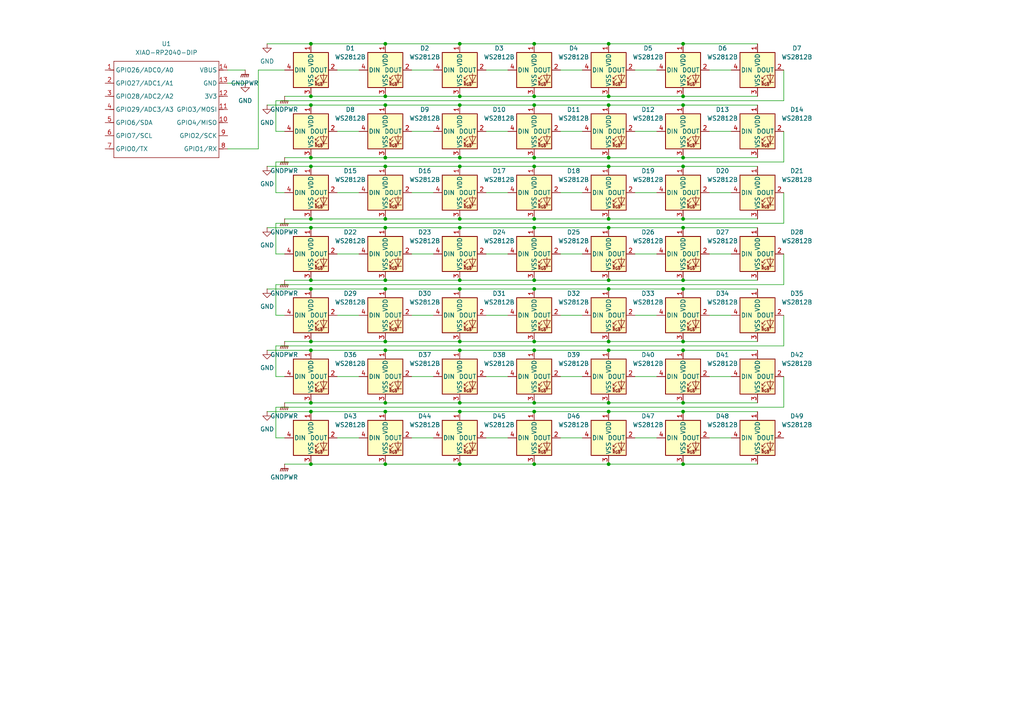
<source format=kicad_sch>
(kicad_sch (version 20231120) (generator "eeschema") (generator_version "8.0")
  (paper "A4")
  (lib_symbols
    (symbol "LED:WS2812B" (pin_names (offset 0.254))
      (property "Reference" "D" (at 5.08 5.715 0))
      (property "Value" "WS2812B" (at 1.27 -5.715 0))
      (symbol "WS2812B_0_0"
        (text "RGB" (at 2.286 -4.191 0) (effects (font (size 0.762 0.762))))
      )
      (symbol "WS2812B_0_1"
        (polyline (pts (xy 1.27 -3.556) (xy 1.778 -3.556)))
        (polyline (pts (xy 1.27 -2.54) (xy 1.778 -2.54)))
        (polyline (pts (xy 4.699 -3.556) (xy 2.667 -3.556)))
        (polyline (pts (xy 2.286 -2.54) (xy 1.27 -3.556) (xy 1.27 -3.048)))
        (polyline (pts (xy 2.286 -1.524) (xy 1.27 -2.54) (xy 1.27 -2.032)))
        (polyline (pts (xy 3.683 -1.016) (xy 3.683 -3.556) (xy 3.683 -4.064)))
        (polyline (pts (xy 4.699 -1.524) (xy 2.667 -1.524) (xy 3.683 -3.556) (xy 4.699 -1.524)))
        (rectangle (start 5.08 5.08) (end -5.08 -5.08) (stroke (width 0.254)) (fill (type background)))
      )
      (symbol "WS2812B_1_1"
        (pin power_in line (at 0 7.62 270) (length 2.54) (name "VDD") (number "1"))
        (pin output line (at 7.62 0 180) (length 2.54) (name "DOUT") (number "2"))
        (pin power_in line (at 0 -7.62 90) (length 2.54) (name "VSS") (number "3"))
        (pin input line (at -7.62 0 0) (length 2.54) (name "DIN") (number "4"))
      )
    )
    (symbol "Seeed_Studio_XIAO_Series:XIAO-RP2040-DIP"
      (property "Reference" "U" (at 0 0 0))
      (property "Value" "XIAO-RP2040-DIP" (at 5.334 -1.778 0))
      (symbol "XIAO-RP2040-DIP_1_0"
        (polyline (pts (xy -1.27 -30.48) (xy -1.27 -16.51)) (stroke (width 0.1524)))
        (polyline (pts (xy -1.27 -27.94) (xy -2.54 -27.94)) (stroke (width 0.1524)))
        (polyline (pts (xy -1.27 -24.13) (xy -2.54 -24.13)) (stroke (width 0.1524)))
        (polyline (pts (xy -1.27 -20.32) (xy -2.54 -20.32)) (stroke (width 0.1524)))
        (polyline (pts (xy -1.27 -16.51) (xy -2.54 -16.51)) (stroke (width 0.1524)))
        (polyline (pts (xy -1.27 -16.51) (xy -1.27 -12.7)) (stroke (width 0.1524)))
        (polyline (pts (xy -1.27 -12.7) (xy -2.54 -12.7)) (stroke (width 0.1524)))
        (polyline (pts (xy -1.27 -12.7) (xy -1.27 -8.89)) (stroke (width 0.1524)))
        (polyline (pts (xy -1.27 -8.89) (xy -2.54 -8.89)) (stroke (width 0.1524)))
        (polyline (pts (xy -1.27 -8.89) (xy -1.27 -5.08)) (stroke (width 0.1524)))
        (polyline (pts (xy -1.27 -5.08) (xy -2.54 -5.08)) (stroke (width 0.1524)))
        (polyline (pts (xy -1.27 -5.08) (xy -1.27 -2.54)) (stroke (width 0.1524)))
        (polyline (pts (xy -1.27 -2.54) (xy 29.21 -2.54)) (stroke (width 0.1524)))
        (polyline (pts (xy 29.21 -30.48) (xy -1.27 -30.48)) (stroke (width 0.1524)))
        (polyline (pts (xy 29.21 -12.7) (xy 29.21 -30.48)) (stroke (width 0.1524)))
        (polyline (pts (xy 29.21 -8.89) (xy 29.21 -12.7)) (stroke (width 0.1524)))
        (polyline (pts (xy 29.21 -5.08) (xy 29.21 -8.89)) (stroke (width 0.1524)))
        (polyline (pts (xy 29.21 -2.54) (xy 29.21 -5.08)) (stroke (width 0.1524)))
        (polyline (pts (xy 30.48 -27.94) (xy 29.21 -27.94)) (stroke (width 0.1524)))
        (polyline (pts (xy 30.48 -24.13) (xy 29.21 -24.13)) (stroke (width 0.1524)))
        (polyline (pts (xy 30.48 -20.32) (xy 29.21 -20.32)) (stroke (width 0.1524)))
        (polyline (pts (xy 30.48 -16.51) (xy 29.21 -16.51)) (stroke (width 0.1524)))
        (polyline (pts (xy 30.48 -12.7) (xy 29.21 -12.7)) (stroke (width 0.1524)))
        (polyline (pts (xy 30.48 -8.89) (xy 29.21 -8.89)) (stroke (width 0.1524)))
        (polyline (pts (xy 30.48 -5.08) (xy 29.21 -5.08)) (stroke (width 0.1524)))
        (pin passive line (at -3.81 -5.08 0) (length 2.54) (name "GPIO26/ADC0/A0") (number "1"))
        (pin passive line (at 31.75 -20.32 180) (length 2.54) (name "GPIO4/MISO") (number "10"))
        (pin passive line (at 31.75 -16.51 180) (length 2.54) (name "GPIO3/MOSI") (number "11"))
        (pin passive line (at 31.75 -12.7 180) (length 2.54) (name "3V3") (number "12"))
        (pin passive line (at 31.75 -8.89 180) (length 2.54) (name "GND") (number "13"))
        (pin passive line (at 31.75 -5.08 180) (length 2.54) (name "VBUS") (number "14"))
        (pin passive line (at -3.81 -8.89 0) (length 2.54) (name "GPIO27/ADC1/A1") (number "2"))
        (pin passive line (at -3.81 -12.7 0) (length 2.54) (name "GPIO28/ADC2/A2") (number "3"))
        (pin passive line (at -3.81 -16.51 0) (length 2.54) (name "GPIO29/ADC3/A3") (number "4"))
        (pin passive line (at -3.81 -20.32 0) (length 2.54) (name "GPIO6/SDA") (number "5"))
        (pin passive line (at -3.81 -24.13 0) (length 2.54) (name "GPIO7/SCL") (number "6"))
        (pin passive line (at -3.81 -27.94 0) (length 2.54) (name "GPIO0/TX") (number "7"))
        (pin passive line (at 31.75 -27.94 180) (length 2.54) (name "GPIO1/RX") (number "8"))
        (pin passive line (at 31.75 -24.13 180) (length 2.54) (name "GPIO2/SCK") (number "9"))
      )
    )
    (symbol "power:GND" (power) (pin_numbers hide) (pin_names (offset 0) hide)
      (property "Value" "GND" (at 0 -3.81 0))
      (symbol "GND_0_1"
        (polyline (pts (xy 0 0) (xy 0 -1.27) (xy 1.27 -1.27) (xy 0 -2.54) (xy -1.27 -1.27) (xy 0 -1.27)))
      )
      (symbol "GND_1_1"
        (pin power_in line (at 0 0 270) (length 0) (name "~") (number "1"))
      )
    )
    (symbol "power:GNDPWR" (power) (pin_numbers hide) (pin_names (offset 0) hide)
      (property "Value" "GNDPWR" (at 0 -3.302 0))
      (symbol "GNDPWR_0_1"
        (polyline (pts (xy 0 -1.27) (xy 0 0)))
        (polyline (pts (xy -1.016 -1.27) (xy -1.27 -2.032) (xy -1.27 -2.032)) (stroke (width 0.2032)))
        (polyline (pts (xy -0.508 -1.27) (xy -0.762 -2.032) (xy -0.762 -2.032)) (stroke (width 0.2032)))
        (polyline (pts (xy 0 -1.27) (xy -0.254 -2.032) (xy -0.254 -2.032)) (stroke (width 0.2032)))
        (polyline (pts (xy 0.508 -1.27) (xy 0.254 -2.032) (xy 0.254 -2.032)) (stroke (width 0.2032)))
        (polyline (pts (xy 1.016 -1.27) (xy -1.016 -1.27) (xy -1.016 -1.27)) (stroke (width 0.2032)))
        (polyline (pts (xy 1.016 -1.27) (xy 0.762 -2.032) (xy 0.762 -2.032) (xy 0.762 -2.032)) (stroke (width 0.2032)))
      )
      (symbol "GNDPWR_1_1"
        (pin power_in line (at 0 0 270) (length 0) (name "~") (number "1"))
      )
    )
  )
  (junction (at 90.17 134.62))
  (junction (at 198.12 81.28))
  (junction (at 198.12 63.5))
  (junction (at 90.17 63.5))
  (junction (at 198.12 45.72))
  (junction (at 90.17 101.6))
  (junction (at 90.17 48.26))
  (junction (at 176.53 12.7))
  (junction (at 133.35 83.82))
  (junction (at 176.53 83.82))
  (junction (at 176.53 66.04))
  (junction (at 176.53 45.72))
  (junction (at 90.17 81.28))
  (junction (at 154.94 27.94))
  (junction (at 90.17 45.72))
  (junction (at 133.35 45.72))
  (junction (at 111.76 12.7))
  (junction (at 133.35 99.06))
  (junction (at 154.94 99.06))
  (junction (at 176.53 116.84))
  (junction (at 133.35 63.5))
  (junction (at 198.12 48.26))
  (junction (at 154.94 12.7))
  (junction (at 111.76 99.06))
  (junction (at 111.76 83.82))
  (junction (at 111.76 63.5))
  (junction (at 90.17 116.84))
  (junction (at 90.17 27.94))
  (junction (at 133.35 101.6))
  (junction (at 198.12 83.82))
  (junction (at 198.12 119.38))
  (junction (at 133.35 134.62))
  (junction (at 133.35 119.38))
  (junction (at 133.35 48.26))
  (junction (at 133.35 30.48))
  (junction (at 90.17 83.82))
  (junction (at 154.94 83.82))
  (junction (at 154.94 119.38))
  (junction (at 90.17 119.38))
  (junction (at 154.94 63.5))
  (junction (at 154.94 81.28))
  (junction (at 133.35 116.84))
  (junction (at 111.76 30.48))
  (junction (at 111.76 66.04))
  (junction (at 111.76 81.28))
  (junction (at 198.12 99.06))
  (junction (at 154.94 30.48))
  (junction (at 133.35 27.94))
  (junction (at 154.94 116.84))
  (junction (at 198.12 66.04))
  (junction (at 111.76 45.72))
  (junction (at 154.94 48.26))
  (junction (at 133.35 12.7))
  (junction (at 90.17 30.48))
  (junction (at 198.12 27.94))
  (junction (at 176.53 48.26))
  (junction (at 90.17 99.06))
  (junction (at 198.12 30.48))
  (junction (at 154.94 134.62))
  (junction (at 111.76 134.62))
  (junction (at 111.76 119.38))
  (junction (at 176.53 119.38))
  (junction (at 90.17 12.7))
  (junction (at 133.35 66.04))
  (junction (at 198.12 116.84))
  (junction (at 154.94 66.04))
  (junction (at 111.76 101.6))
  (junction (at 111.76 48.26))
  (junction (at 111.76 116.84))
  (junction (at 198.12 12.7))
  (junction (at 154.94 45.72))
  (junction (at 176.53 63.5))
  (junction (at 176.53 99.06))
  (junction (at 133.35 81.28))
  (junction (at 176.53 27.94))
  (junction (at 176.53 101.6))
  (junction (at 111.76 27.94))
  (junction (at 176.53 30.48))
  (junction (at 90.17 66.04))
  (junction (at 154.94 101.6))
  (junction (at 198.12 134.62))
  (junction (at 176.53 81.28))
  (junction (at 198.12 101.6))
  (junction (at 176.53 134.62))
  (wire (pts (xy 77.47 66.04) (xy 90.17 66.04)))
  (wire (pts (xy 74.93 43.18) (xy 74.93 20.32)))
  (wire (pts (xy 80.01 29.21) (xy 80.01 38.1)))
  (wire (pts (xy 133.35 27.94) (xy 154.94 27.94)))
  (wire (pts (xy 227.33 38.1) (xy 227.33 46.99)))
  (wire (pts (xy 97.79 20.32) (xy 104.14 20.32)))
  (wire (pts (xy 176.53 27.94) (xy 198.12 27.94)))
  (wire (pts (xy 227.33 100.33) (xy 80.01 100.33)))
  (wire (pts (xy 119.38 109.22) (xy 125.73 109.22)))
  (wire (pts (xy 227.33 109.22) (xy 227.33 118.11)))
  (wire (pts (xy 80.01 127) (xy 82.55 127)))
  (wire (pts (xy 205.74 20.32) (xy 212.09 20.32)))
  (wire (pts (xy 119.38 127) (xy 125.73 127)))
  (wire (pts (xy 162.56 38.1) (xy 168.91 38.1)))
  (wire (pts (xy 198.12 12.7) (xy 219.71 12.7)))
  (wire (pts (xy 90.17 134.62) (xy 111.76 134.62)))
  (wire (pts (xy 176.53 30.48) (xy 198.12 30.48)))
  (wire (pts (xy 90.17 116.84) (xy 111.76 116.84)))
  (wire (pts (xy 184.15 109.22) (xy 190.5 109.22)))
  (wire (pts (xy 176.53 81.28) (xy 198.12 81.28)))
  (wire (pts (xy 198.12 134.62) (xy 219.71 134.62)))
  (wire (pts (xy 154.94 27.94) (xy 176.53 27.94)))
  (wire (pts (xy 90.17 66.04) (xy 111.76 66.04)))
  (wire (pts (xy 140.97 127) (xy 147.32 127)))
  (wire (pts (xy 82.55 134.62) (xy 90.17 134.62)))
  (wire (pts (xy 82.55 27.94) (xy 90.17 27.94)))
  (wire (pts (xy 80.01 38.1) (xy 82.55 38.1)))
  (wire (pts (xy 97.79 38.1) (xy 104.14 38.1)))
  (wire (pts (xy 184.15 38.1) (xy 190.5 38.1)))
  (wire (pts (xy 80.01 118.11) (xy 80.01 127)))
  (wire (pts (xy 111.76 101.6) (xy 133.35 101.6)))
  (wire (pts (xy 140.97 38.1) (xy 147.32 38.1)))
  (wire (pts (xy 80.01 46.99) (xy 80.01 55.88)))
  (wire (pts (xy 82.55 116.84) (xy 90.17 116.84)))
  (wire (pts (xy 82.55 45.72) (xy 90.17 45.72)))
  (wire (pts (xy 198.12 83.82) (xy 219.71 83.82)))
  (wire (pts (xy 205.74 38.1) (xy 212.09 38.1)))
  (wire (pts (xy 162.56 20.32) (xy 168.91 20.32)))
  (wire (pts (xy 205.74 109.22) (xy 212.09 109.22)))
  (wire (pts (xy 184.15 91.44) (xy 190.5 91.44)))
  (wire (pts (xy 140.97 20.32) (xy 147.32 20.32)))
  (wire (pts (xy 77.47 12.7) (xy 90.17 12.7)))
  (wire (pts (xy 90.17 101.6) (xy 111.76 101.6)))
  (wire (pts (xy 154.94 12.7) (xy 176.53 12.7)))
  (wire (pts (xy 198.12 63.5) (xy 219.71 63.5)))
  (wire (pts (xy 227.33 20.32) (xy 227.33 29.21)))
  (wire (pts (xy 111.76 12.7) (xy 133.35 12.7)))
  (wire (pts (xy 90.17 63.5) (xy 111.76 63.5)))
  (wire (pts (xy 90.17 99.06) (xy 111.76 99.06)))
  (wire (pts (xy 154.94 99.06) (xy 176.53 99.06)))
  (wire (pts (xy 77.47 101.6) (xy 90.17 101.6)))
  (wire (pts (xy 198.12 66.04) (xy 219.71 66.04)))
  (wire (pts (xy 162.56 109.22) (xy 168.91 109.22)))
  (wire (pts (xy 80.01 55.88) (xy 82.55 55.88)))
  (wire (pts (xy 90.17 81.28) (xy 111.76 81.28)))
  (wire (pts (xy 133.35 119.38) (xy 154.94 119.38)))
  (wire (pts (xy 176.53 116.84) (xy 198.12 116.84)))
  (wire (pts (xy 133.35 63.5) (xy 154.94 63.5)))
  (wire (pts (xy 176.53 45.72) (xy 198.12 45.72)))
  (wire (pts (xy 97.79 127) (xy 104.14 127)))
  (wire (pts (xy 227.33 91.44) (xy 227.33 100.33)))
  (wire (pts (xy 74.93 20.32) (xy 82.55 20.32)))
  (wire (pts (xy 154.94 116.84) (xy 176.53 116.84)))
  (wire (pts (xy 176.53 66.04) (xy 198.12 66.04)))
  (wire (pts (xy 80.01 73.66) (xy 82.55 73.66)))
  (wire (pts (xy 111.76 83.82) (xy 133.35 83.82)))
  (wire (pts (xy 227.33 118.11) (xy 80.01 118.11)))
  (wire (pts (xy 82.55 81.28) (xy 90.17 81.28)))
  (wire (pts (xy 198.12 30.48) (xy 219.71 30.48)))
  (wire (pts (xy 154.94 63.5) (xy 176.53 63.5)))
  (wire (pts (xy 90.17 48.26) (xy 111.76 48.26)))
  (wire (pts (xy 227.33 46.99) (xy 80.01 46.99)))
  (wire (pts (xy 227.33 73.66) (xy 227.33 82.55)))
  (wire (pts (xy 176.53 12.7) (xy 198.12 12.7)))
  (wire (pts (xy 133.35 30.48) (xy 154.94 30.48)))
  (wire (pts (xy 198.12 116.84) (xy 219.71 116.84)))
  (wire (pts (xy 176.53 119.38) (xy 198.12 119.38)))
  (wire (pts (xy 198.12 27.94) (xy 219.71 27.94)))
  (wire (pts (xy 184.15 127) (xy 190.5 127)))
  (wire (pts (xy 154.94 48.26) (xy 176.53 48.26)))
  (wire (pts (xy 198.12 99.06) (xy 219.71 99.06)))
  (wire (pts (xy 227.33 64.77) (xy 80.01 64.77)))
  (wire (pts (xy 119.38 55.88) (xy 125.73 55.88)))
  (wire (pts (xy 198.12 101.6) (xy 219.71 101.6)))
  (wire (pts (xy 176.53 83.82) (xy 198.12 83.82)))
  (wire (pts (xy 198.12 45.72) (xy 219.71 45.72)))
  (wire (pts (xy 162.56 55.88) (xy 168.91 55.88)))
  (wire (pts (xy 80.01 100.33) (xy 80.01 109.22)))
  (wire (pts (xy 111.76 66.04) (xy 133.35 66.04)))
  (wire (pts (xy 154.94 83.82) (xy 176.53 83.82)))
  (wire (pts (xy 111.76 99.06) (xy 133.35 99.06)))
  (wire (pts (xy 111.76 119.38) (xy 133.35 119.38)))
  (wire (pts (xy 133.35 99.06) (xy 154.94 99.06)))
  (wire (pts (xy 82.55 99.06) (xy 90.17 99.06)))
  (wire (pts (xy 97.79 73.66) (xy 104.14 73.66)))
  (wire (pts (xy 198.12 48.26) (xy 219.71 48.26)))
  (wire (pts (xy 66.04 24.13) (xy 71.12 24.13)))
  (wire (pts (xy 111.76 134.62) (xy 133.35 134.62)))
  (wire (pts (xy 133.35 134.62) (xy 154.94 134.62)))
  (wire (pts (xy 133.35 45.72) (xy 154.94 45.72)))
  (wire (pts (xy 111.76 45.72) (xy 133.35 45.72)))
  (wire (pts (xy 90.17 119.38) (xy 111.76 119.38)))
  (wire (pts (xy 205.74 91.44) (xy 212.09 91.44)))
  (wire (pts (xy 111.76 116.84) (xy 133.35 116.84)))
  (wire (pts (xy 184.15 55.88) (xy 190.5 55.88)))
  (wire (pts (xy 119.38 91.44) (xy 125.73 91.44)))
  (wire (pts (xy 227.33 82.55) (xy 80.01 82.55)))
  (wire (pts (xy 97.79 109.22) (xy 104.14 109.22)))
  (wire (pts (xy 90.17 27.94) (xy 111.76 27.94)))
  (wire (pts (xy 205.74 127) (xy 212.09 127)))
  (wire (pts (xy 77.47 119.38) (xy 90.17 119.38)))
  (wire (pts (xy 119.38 73.66) (xy 125.73 73.66)))
  (wire (pts (xy 97.79 55.88) (xy 104.14 55.88)))
  (wire (pts (xy 97.79 91.44) (xy 104.14 91.44)))
  (wire (pts (xy 154.94 119.38) (xy 176.53 119.38)))
  (wire (pts (xy 154.94 66.04) (xy 176.53 66.04)))
  (wire (pts (xy 198.12 119.38) (xy 219.71 119.38)))
  (wire (pts (xy 198.12 81.28) (xy 219.71 81.28)))
  (wire (pts (xy 77.47 48.26) (xy 90.17 48.26)))
  (wire (pts (xy 154.94 30.48) (xy 176.53 30.48)))
  (wire (pts (xy 140.97 55.88) (xy 147.32 55.88)))
  (wire (pts (xy 176.53 101.6) (xy 198.12 101.6)))
  (wire (pts (xy 140.97 73.66) (xy 147.32 73.66)))
  (wire (pts (xy 133.35 81.28) (xy 154.94 81.28)))
  (wire (pts (xy 133.35 12.7) (xy 154.94 12.7)))
  (wire (pts (xy 90.17 45.72) (xy 111.76 45.72)))
  (wire (pts (xy 111.76 27.94) (xy 133.35 27.94)))
  (wire (pts (xy 227.33 29.21) (xy 80.01 29.21)))
  (wire (pts (xy 90.17 12.7) (xy 111.76 12.7)))
  (wire (pts (xy 66.04 20.32) (xy 71.12 20.32)))
  (wire (pts (xy 111.76 81.28) (xy 133.35 81.28)))
  (wire (pts (xy 154.94 101.6) (xy 176.53 101.6)))
  (wire (pts (xy 176.53 48.26) (xy 198.12 48.26)))
  (wire (pts (xy 90.17 30.48) (xy 111.76 30.48)))
  (wire (pts (xy 66.04 43.18) (xy 74.93 43.18)))
  (wire (pts (xy 176.53 134.62) (xy 198.12 134.62)))
  (wire (pts (xy 80.01 82.55) (xy 80.01 91.44)))
  (wire (pts (xy 80.01 64.77) (xy 80.01 73.66)))
  (wire (pts (xy 77.47 30.48) (xy 90.17 30.48)))
  (wire (pts (xy 111.76 63.5) (xy 133.35 63.5)))
  (wire (pts (xy 184.15 73.66) (xy 190.5 73.66)))
  (wire (pts (xy 133.35 48.26) (xy 154.94 48.26)))
  (wire (pts (xy 162.56 73.66) (xy 168.91 73.66)))
  (wire (pts (xy 205.74 55.88) (xy 212.09 55.88)))
  (wire (pts (xy 90.17 83.82) (xy 111.76 83.82)))
  (wire (pts (xy 162.56 127) (xy 168.91 127)))
  (wire (pts (xy 133.35 116.84) (xy 154.94 116.84)))
  (wire (pts (xy 227.33 55.88) (xy 227.33 64.77)))
  (wire (pts (xy 111.76 48.26) (xy 133.35 48.26)))
  (wire (pts (xy 140.97 91.44) (xy 147.32 91.44)))
  (wire (pts (xy 176.53 63.5) (xy 198.12 63.5)))
  (wire (pts (xy 176.53 99.06) (xy 198.12 99.06)))
  (wire (pts (xy 162.56 91.44) (xy 168.91 91.44)))
  (wire (pts (xy 154.94 45.72) (xy 176.53 45.72)))
  (wire (pts (xy 184.15 20.32) (xy 190.5 20.32)))
  (wire (pts (xy 119.38 20.32) (xy 125.73 20.32)))
  (wire (pts (xy 111.76 30.48) (xy 133.35 30.48)))
  (wire (pts (xy 80.01 91.44) (xy 82.55 91.44)))
  (wire (pts (xy 154.94 81.28) (xy 176.53 81.28)))
  (wire (pts (xy 119.38 38.1) (xy 125.73 38.1)))
  (wire (pts (xy 133.35 66.04) (xy 154.94 66.04)))
  (wire (pts (xy 140.97 109.22) (xy 147.32 109.22)))
  (wire (pts (xy 133.35 83.82) (xy 154.94 83.82)))
  (wire (pts (xy 154.94 134.62) (xy 176.53 134.62)))
  (wire (pts (xy 205.74 73.66) (xy 212.09 73.66)))
  (wire (pts (xy 80.01 109.22) (xy 82.55 109.22)))
  (wire (pts (xy 133.35 101.6) (xy 154.94 101.6)))
  (wire (pts (xy 82.55 63.5) (xy 90.17 63.5)))
  (wire (pts (xy 77.47 83.82) (xy 90.17 83.82)))
  (symbol (lib_id "power:GNDPWR") (at 82.55 81.28 0) (unit 1)
    (property "Reference" "#PWR3" (effects (hide yes)))
    (property "Value" "GNDPWR" (at 82.423 85.09 0))
    (property "Description" "Power symbol creates a global label with name \"GNDPWR\" , global ground" (effects (hide yes)))
  )
  (symbol (lib_id "power:GNDPWR") (at 82.55 134.62 0) (unit 1)
    (property "Reference" "#PWR16" (effects (hide yes)))
    (property "Value" "GNDPWR" (at 82.423 138.43 0))
    (property "Description" "Power symbol creates a global label with name \"GNDPWR\" , global ground" (effects (hide yes)))
  )
  (symbol (lib_id "power:GNDPWR") (at 82.55 99.06 0) (unit 1)
    (property "Reference" "#PWR12" (effects (hide yes)))
    (property "Value" "GNDPWR" (at 82.423 102.87 0))
    (property "Description" "Power symbol creates a global label with name \"GNDPWR\" , global ground" (effects (hide yes)))
  )
  (symbol (lib_id "LED:WS2812B") (at 219.71 20.32 0) (unit 1)
    (property "Reference" "D7" (at 231.14 14.0014 0))
    (property "Value" "WS2812B" (at 231.14 16.5414 0))
    (property "Footprint" "LED_SMD:LED_WS2812B_PLCC4_5.0x5.0mm_P3.2mm" (effects (hide yes)))
    (property "Datasheet" "https://cdn-shop.adafruit.com/datasheets/WS2812B.pdf" (effects (hide yes)))
    (property "Description" "RGB LED with integrated controller" (effects (hide yes)))
  )
  (symbol (lib_id "LED:WS2812B") (at 133.35 73.66 0) (unit 1)
    (property "Reference" "D24" (at 144.78 67.3414 0))
    (property "Value" "WS2812B" (at 144.78 69.8814 0))
    (property "Footprint" "LED_SMD:LED_WS2812B_PLCC4_5.0x5.0mm_P3.2mm" (effects (hide yes)))
    (property "Datasheet" "https://cdn-shop.adafruit.com/datasheets/WS2812B.pdf" (effects (hide yes)))
    (property "Description" "RGB LED with integrated controller" (effects (hide yes)))
  )
  (symbol (lib_id "LED:WS2812B") (at 219.71 38.1 0) (unit 1)
    (property "Reference" "D14" (at 231.14 31.7814 0))
    (property "Value" "WS2812B" (at 231.14 34.3214 0))
    (property "Footprint" "LED_SMD:LED_WS2812B_PLCC4_5.0x5.0mm_P3.2mm" (effects (hide yes)))
    (property "Datasheet" "https://cdn-shop.adafruit.com/datasheets/WS2812B.pdf" (effects (hide yes)))
    (property "Description" "RGB LED with integrated controller" (effects (hide yes)))
  )
  (symbol (lib_id "LED:WS2812B") (at 176.53 55.88 0) (unit 1)
    (property "Reference" "D19" (at 187.96 49.5614 0))
    (property "Value" "WS2812B" (at 187.96 52.1014 0))
    (property "Footprint" "LED_SMD:LED_WS2812B_PLCC4_5.0x5.0mm_P3.2mm" (effects (hide yes)))
    (property "Datasheet" "https://cdn-shop.adafruit.com/datasheets/WS2812B.pdf" (effects (hide yes)))
    (property "Description" "RGB LED with integrated controller" (effects (hide yes)))
  )
  (symbol (lib_id "power:GNDPWR") (at 82.55 63.5 0) (unit 1)
    (property "Reference" "#PWR4" (effects (hide yes)))
    (property "Value" "GNDPWR" (at 82.423 67.31 0))
    (property "Description" "Power symbol creates a global label with name \"GNDPWR\" , global ground" (effects (hide yes)))
  )
  (symbol (lib_id "LED:WS2812B") (at 198.12 55.88 0) (unit 1)
    (property "Reference" "D20" (at 209.55 49.5614 0))
    (property "Value" "WS2812B" (at 209.55 52.1014 0))
    (property "Footprint" "LED_SMD:LED_WS2812B_PLCC4_5.0x5.0mm_P3.2mm" (effects (hide yes)))
    (property "Datasheet" "https://cdn-shop.adafruit.com/datasheets/WS2812B.pdf" (effects (hide yes)))
    (property "Description" "RGB LED with integrated controller" (effects (hide yes)))
  )
  (symbol (lib_id "LED:WS2812B") (at 133.35 91.44 0) (unit 1)
    (property "Reference" "D31" (at 144.78 85.1214 0))
    (property "Value" "WS2812B" (at 144.78 87.6614 0))
    (property "Footprint" "LED_SMD:LED_WS2812B_PLCC4_5.0x5.0mm_P3.2mm" (effects (hide yes)))
    (property "Datasheet" "https://cdn-shop.adafruit.com/datasheets/WS2812B.pdf" (effects (hide yes)))
    (property "Description" "RGB LED with integrated controller" (effects (hide yes)))
  )
  (symbol (lib_id "LED:WS2812B") (at 90.17 38.1 0) (unit 1)
    (property "Reference" "D8" (at 101.6 31.7814 0))
    (property "Value" "WS2812B" (at 101.6 34.3214 0))
    (property "Footprint" "LED_SMD:LED_WS2812B_PLCC4_5.0x5.0mm_P3.2mm" (effects (hide yes)))
    (property "Datasheet" "https://cdn-shop.adafruit.com/datasheets/WS2812B.pdf" (effects (hide yes)))
    (property "Description" "RGB LED with integrated controller" (effects (hide yes)))
  )
  (symbol (lib_id "LED:WS2812B") (at 219.71 109.22 0) (unit 1)
    (property "Reference" "D42" (at 231.14 102.9014 0))
    (property "Value" "WS2812B" (at 231.14 105.4414 0))
    (property "Footprint" "LED_SMD:LED_WS2812B_PLCC4_5.0x5.0mm_P3.2mm" (effects (hide yes)))
    (property "Datasheet" "https://cdn-shop.adafruit.com/datasheets/WS2812B.pdf" (effects (hide yes)))
    (property "Description" "RGB LED with integrated controller" (effects (hide yes)))
  )
  (symbol (lib_id "power:GND") (at 77.47 66.04 0) (unit 1)
    (property "Reference" "#PWR11" (effects (hide yes)))
    (property "Value" "GND" (at 77.47 71.12 0))
    (property "Description" "Power symbol creates a global label with name \"GND\" , ground" (effects (hide yes)))
  )
  (symbol (lib_id "LED:WS2812B") (at 133.35 38.1 0) (unit 1)
    (property "Reference" "D10" (at 144.78 31.7814 0))
    (property "Value" "WS2812B" (at 144.78 34.3214 0))
    (property "Footprint" "LED_SMD:LED_WS2812B_PLCC4_5.0x5.0mm_P3.2mm" (effects (hide yes)))
    (property "Datasheet" "https://cdn-shop.adafruit.com/datasheets/WS2812B.pdf" (effects (hide yes)))
    (property "Description" "RGB LED with integrated controller" (effects (hide yes)))
  )
  (symbol (lib_id "LED:WS2812B") (at 198.12 73.66 0) (unit 1)
    (property "Reference" "D27" (at 209.55 67.3414 0))
    (property "Value" "WS2812B" (at 209.55 69.8814 0))
    (property "Footprint" "LED_SMD:LED_WS2812B_PLCC4_5.0x5.0mm_P3.2mm" (effects (hide yes)))
    (property "Datasheet" "https://cdn-shop.adafruit.com/datasheets/WS2812B.pdf" (effects (hide yes)))
    (property "Description" "RGB LED with integrated controller" (effects (hide yes)))
  )
  (symbol (lib_id "power:GND") (at 71.12 24.13 0) (unit 1)
    (property "Reference" "#PWR1" (effects (hide yes)))
    (property "Value" "GND" (at 71.12 29.21 0))
    (property "Description" "Power symbol creates a global label with name \"GND\" , ground" (effects (hide yes)))
  )
  (symbol (lib_id "LED:WS2812B") (at 90.17 127 0) (unit 1)
    (property "Reference" "D43" (at 101.6 120.6814 0))
    (property "Value" "WS2812B" (at 101.6 123.2214 0))
    (property "Footprint" "LED_SMD:LED_WS2812B_PLCC4_5.0x5.0mm_P3.2mm" (effects (hide yes)))
    (property "Datasheet" "https://cdn-shop.adafruit.com/datasheets/WS2812B.pdf" (effects (hide yes)))
    (property "Description" "RGB LED with integrated controller" (effects (hide yes)))
  )
  (symbol (lib_id "LED:WS2812B") (at 219.71 127 0) (unit 1)
    (property "Reference" "D49" (at 231.14 120.6814 0))
    (property "Value" "WS2812B" (at 231.14 123.2214 0))
    (property "Footprint" "LED_SMD:LED_WS2812B_PLCC4_5.0x5.0mm_P3.2mm" (effects (hide yes)))
    (property "Datasheet" "https://cdn-shop.adafruit.com/datasheets/WS2812B.pdf" (effects (hide yes)))
    (property "Description" "RGB LED with integrated controller" (effects (hide yes)))
  )
  (symbol (lib_id "LED:WS2812B") (at 111.76 91.44 0) (unit 1)
    (property "Reference" "D30" (at 123.19 85.1214 0))
    (property "Value" "WS2812B" (at 123.19 87.6614 0))
    (property "Footprint" "LED_SMD:LED_WS2812B_PLCC4_5.0x5.0mm_P3.2mm" (effects (hide yes)))
    (property "Datasheet" "https://cdn-shop.adafruit.com/datasheets/WS2812B.pdf" (effects (hide yes)))
    (property "Description" "RGB LED with integrated controller" (effects (hide yes)))
  )
  (symbol (lib_id "LED:WS2812B") (at 176.53 38.1 0) (unit 1)
    (property "Reference" "D12" (at 187.96 31.7814 0))
    (property "Value" "WS2812B" (at 187.96 34.3214 0))
    (property "Footprint" "LED_SMD:LED_WS2812B_PLCC4_5.0x5.0mm_P3.2mm" (effects (hide yes)))
    (property "Datasheet" "https://cdn-shop.adafruit.com/datasheets/WS2812B.pdf" (effects (hide yes)))
    (property "Description" "RGB LED with integrated controller" (effects (hide yes)))
  )
  (symbol (lib_id "power:GNDPWR") (at 71.12 20.32 0) (unit 1)
    (property "Reference" "#PWR7" (effects (hide yes)))
    (property "Value" "GNDPWR" (at 70.993 24.13 0))
    (property "Description" "Power symbol creates a global label with name \"GNDPWR\" , global ground" (effects (hide yes)))
  )
  (symbol (lib_id "power:GND") (at 77.47 83.82 0) (unit 1)
    (property "Reference" "#PWR2" (effects (hide yes)))
    (property "Value" "GND" (at 77.47 88.9 0))
    (property "Description" "Power symbol creates a global label with name \"GND\" , ground" (effects (hide yes)))
  )
  (symbol (lib_id "LED:WS2812B") (at 198.12 38.1 0) (unit 1)
    (property "Reference" "D13" (at 209.55 31.7814 0))
    (property "Value" "WS2812B" (at 209.55 34.3214 0))
    (property "Footprint" "LED_SMD:LED_WS2812B_PLCC4_5.0x5.0mm_P3.2mm" (effects (hide yes)))
    (property "Datasheet" "https://cdn-shop.adafruit.com/datasheets/WS2812B.pdf" (effects (hide yes)))
    (property "Description" "RGB LED with integrated controller" (effects (hide yes)))
  )
  (symbol (lib_id "LED:WS2812B") (at 90.17 109.22 0) (unit 1)
    (property "Reference" "D36" (at 101.6 102.9014 0))
    (property "Value" "WS2812B" (at 101.6 105.4414 0))
    (property "Footprint" "LED_SMD:LED_WS2812B_PLCC4_5.0x5.0mm_P3.2mm" (effects (hide yes)))
    (property "Datasheet" "https://cdn-shop.adafruit.com/datasheets/WS2812B.pdf" (effects (hide yes)))
    (property "Description" "RGB LED with integrated controller" (effects (hide yes)))
  )
  (symbol (lib_id "power:GNDPWR") (at 82.55 116.84 0) (unit 1)
    (property "Reference" "#PWR14" (effects (hide yes)))
    (property "Value" "GNDPWR" (at 82.423 120.65 0))
    (property "Description" "Power symbol creates a global label with name \"GNDPWR\" , global ground" (effects (hide yes)))
  )
  (symbol (lib_id "LED:WS2812B") (at 111.76 38.1 0) (unit 1)
    (property "Reference" "D9" (at 123.19 31.7814 0))
    (property "Value" "WS2812B" (at 123.19 34.3214 0))
    (property "Footprint" "LED_SMD:LED_WS2812B_PLCC4_5.0x5.0mm_P3.2mm" (effects (hide yes)))
    (property "Datasheet" "https://cdn-shop.adafruit.com/datasheets/WS2812B.pdf" (effects (hide yes)))
    (property "Description" "RGB LED with integrated controller" (effects (hide yes)))
  )
  (symbol (lib_id "LED:WS2812B") (at 90.17 73.66 0) (unit 1)
    (property "Reference" "D22" (at 101.6 67.3414 0))
    (property "Value" "WS2812B" (at 101.6 69.8814 0))
    (property "Footprint" "LED_SMD:LED_WS2812B_PLCC4_5.0x5.0mm_P3.2mm" (effects (hide yes)))
    (property "Datasheet" "https://cdn-shop.adafruit.com/datasheets/WS2812B.pdf" (effects (hide yes)))
    (property "Description" "RGB LED with integrated controller" (effects (hide yes)))
  )
  (symbol (lib_id "LED:WS2812B") (at 176.53 20.32 0) (unit 1)
    (property "Reference" "D5" (at 187.96 14.0014 0))
    (property "Value" "WS2812B" (at 187.96 16.5414 0))
    (property "Footprint" "LED_SMD:LED_WS2812B_PLCC4_5.0x5.0mm_P3.2mm" (effects (hide yes)))
    (property "Datasheet" "https://cdn-shop.adafruit.com/datasheets/WS2812B.pdf" (effects (hide yes)))
    (property "Description" "RGB LED with integrated controller" (effects (hide yes)))
  )
  (symbol (lib_id "LED:WS2812B") (at 154.94 38.1 0) (unit 1)
    (property "Reference" "D11" (at 166.37 31.7814 0))
    (property "Value" "WS2812B" (at 166.37 34.3214 0))
    (property "Footprint" "LED_SMD:LED_WS2812B_PLCC4_5.0x5.0mm_P3.2mm" (effects (hide yes)))
    (property "Datasheet" "https://cdn-shop.adafruit.com/datasheets/WS2812B.pdf" (effects (hide yes)))
    (property "Description" "RGB LED with integrated controller" (effects (hide yes)))
  )
  (symbol (lib_id "LED:WS2812B") (at 90.17 55.88 0) (unit 1)
    (property "Reference" "D15" (at 101.6 49.5614 0))
    (property "Value" "WS2812B" (at 101.6 52.1014 0))
    (property "Footprint" "LED_SMD:LED_WS2812B_PLCC4_5.0x5.0mm_P3.2mm" (effects (hide yes)))
    (property "Datasheet" "https://cdn-shop.adafruit.com/datasheets/WS2812B.pdf" (effects (hide yes)))
    (property "Description" "RGB LED with integrated controller" (effects (hide yes)))
  )
  (symbol (lib_id "power:GND") (at 77.47 12.7 0) (unit 1)
    (property "Reference" "#PWR8" (effects (hide yes)))
    (property "Value" "GND" (at 77.47 17.78 0))
    (property "Description" "Power symbol creates a global label with name \"GND\" , ground" (effects (hide yes)))
  )
  (symbol (lib_id "LED:WS2812B") (at 154.94 127 0) (unit 1)
    (property "Reference" "D46" (at 166.37 120.6814 0))
    (property "Value" "WS2812B" (at 166.37 123.2214 0))
    (property "Footprint" "LED_SMD:LED_WS2812B_PLCC4_5.0x5.0mm_P3.2mm" (effects (hide yes)))
    (property "Datasheet" "https://cdn-shop.adafruit.com/datasheets/WS2812B.pdf" (effects (hide yes)))
    (property "Description" "RGB LED with integrated controller" (effects (hide yes)))
  )
  (symbol (lib_id "power:GNDPWR") (at 82.55 27.94 0) (unit 1)
    (property "Reference" "#PWR6" (effects (hide yes)))
    (property "Value" "GNDPWR" (at 82.423 31.75 0))
    (property "Description" "Power symbol creates a global label with name \"GNDPWR\" , global ground" (effects (hide yes)))
  )
  (symbol (lib_id "Seeed_Studio_XIAO_Series:XIAO-RP2040-DIP") (at 34.29 15.24 0) (unit 1)
    (property "Reference" "U1" (at 48.26 12.7 0))
    (property "Value" "XIAO-RP2040-DIP" (at 48.26 15.24 0))
    (property "Footprint" "Seeed Studio XIAO Series Library:XIAO-RP2040-DIP" (effects (hide yes)))
  )
  (symbol (lib_id "LED:WS2812B") (at 111.76 55.88 0) (unit 1)
    (property "Reference" "D16" (at 123.19 49.5614 0))
    (property "Value" "WS2812B" (at 123.19 52.1014 0))
    (property "Footprint" "LED_SMD:LED_WS2812B_PLCC4_5.0x5.0mm_P3.2mm" (effects (hide yes)))
    (property "Datasheet" "https://cdn-shop.adafruit.com/datasheets/WS2812B.pdf" (effects (hide yes)))
    (property "Description" "RGB LED with integrated controller" (effects (hide yes)))
  )
  (symbol (lib_id "LED:WS2812B") (at 133.35 127 0) (unit 1)
    (property "Reference" "D45" (at 144.78 120.6814 0))
    (property "Value" "WS2812B" (at 144.78 123.2214 0))
    (property "Footprint" "LED_SMD:LED_WS2812B_PLCC4_5.0x5.0mm_P3.2mm" (effects (hide yes)))
    (property "Datasheet" "https://cdn-shop.adafruit.com/datasheets/WS2812B.pdf" (effects (hide yes)))
    (property "Description" "RGB LED with integrated controller" (effects (hide yes)))
  )
  (symbol (lib_id "LED:WS2812B") (at 154.94 91.44 0) (unit 1)
    (property "Reference" "D32" (at 166.37 85.1214 0))
    (property "Value" "WS2812B" (at 166.37 87.6614 0))
    (property "Footprint" "LED_SMD:LED_WS2812B_PLCC4_5.0x5.0mm_P3.2mm" (effects (hide yes)))
    (property "Datasheet" "https://cdn-shop.adafruit.com/datasheets/WS2812B.pdf" (effects (hide yes)))
    (property "Description" "RGB LED with integrated controller" (effects (hide yes)))
  )
  (symbol (lib_id "LED:WS2812B") (at 133.35 55.88 0) (unit 1)
    (property "Reference" "D17" (at 144.78 49.5614 0))
    (property "Value" "WS2812B" (at 144.78 52.1014 0))
    (property "Footprint" "LED_SMD:LED_WS2812B_PLCC4_5.0x5.0mm_P3.2mm" (effects (hide yes)))
    (property "Datasheet" "https://cdn-shop.adafruit.com/datasheets/WS2812B.pdf" (effects (hide yes)))
    (property "Description" "RGB LED with integrated controller" (effects (hide yes)))
  )
  (symbol (lib_id "LED:WS2812B") (at 154.94 55.88 0) (unit 1)
    (property "Reference" "D18" (at 166.37 49.5614 0))
    (property "Value" "WS2812B" (at 166.37 52.1014 0))
    (property "Footprint" "LED_SMD:LED_WS2812B_PLCC4_5.0x5.0mm_P3.2mm" (effects (hide yes)))
    (property "Datasheet" "https://cdn-shop.adafruit.com/datasheets/WS2812B.pdf" (effects (hide yes)))
    (property "Description" "RGB LED with integrated controller" (effects (hide yes)))
  )
  (symbol (lib_id "LED:WS2812B") (at 219.71 73.66 0) (unit 1)
    (property "Reference" "D28" (at 231.14 67.3414 0))
    (property "Value" "WS2812B" (at 231.14 69.8814 0))
    (property "Footprint" "LED_SMD:LED_WS2812B_PLCC4_5.0x5.0mm_P3.2mm" (effects (hide yes)))
    (property "Datasheet" "https://cdn-shop.adafruit.com/datasheets/WS2812B.pdf" (effects (hide yes)))
    (property "Description" "RGB LED with integrated controller" (effects (hide yes)))
  )
  (symbol (lib_id "LED:WS2812B") (at 133.35 20.32 0) (unit 1)
    (property "Reference" "D3" (at 144.78 14.0014 0))
    (property "Value" "WS2812B" (at 144.78 16.5414 0))
    (property "Footprint" "LED_SMD:LED_WS2812B_PLCC4_5.0x5.0mm_P3.2mm" (effects (hide yes)))
    (property "Datasheet" "https://cdn-shop.adafruit.com/datasheets/WS2812B.pdf" (effects (hide yes)))
    (property "Description" "RGB LED with integrated controller" (effects (hide yes)))
  )
  (symbol (lib_id "LED:WS2812B") (at 154.94 109.22 0) (unit 1)
    (property "Reference" "D39" (at 166.37 102.9014 0))
    (property "Value" "WS2812B" (at 166.37 105.4414 0))
    (property "Footprint" "LED_SMD:LED_WS2812B_PLCC4_5.0x5.0mm_P3.2mm" (effects (hide yes)))
    (property "Datasheet" "https://cdn-shop.adafruit.com/datasheets/WS2812B.pdf" (effects (hide yes)))
    (property "Description" "RGB LED with integrated controller" (effects (hide yes)))
  )
  (symbol (lib_id "LED:WS2812B") (at 111.76 109.22 0) (unit 1)
    (property "Reference" "D37" (at 123.19 102.9014 0))
    (property "Value" "WS2812B" (at 123.19 105.4414 0))
    (property "Footprint" "LED_SMD:LED_WS2812B_PLCC4_5.0x5.0mm_P3.2mm" (effects (hide yes)))
    (property "Datasheet" "https://cdn-shop.adafruit.com/datasheets/WS2812B.pdf" (effects (hide yes)))
    (property "Description" "RGB LED with integrated controller" (effects (hide yes)))
  )
  (symbol (lib_id "LED:WS2812B") (at 176.53 127 0) (unit 1)
    (property "Reference" "D47" (at 187.96 120.6814 0))
    (property "Value" "WS2812B" (at 187.96 123.2214 0))
    (property "Footprint" "LED_SMD:LED_WS2812B_PLCC4_5.0x5.0mm_P3.2mm" (effects (hide yes)))
    (property "Datasheet" "https://cdn-shop.adafruit.com/datasheets/WS2812B.pdf" (effects (hide yes)))
    (property "Description" "RGB LED with integrated controller" (effects (hide yes)))
  )
  (symbol (lib_id "LED:WS2812B") (at 198.12 109.22 0) (unit 1)
    (property "Reference" "D41" (at 209.55 102.9014 0))
    (property "Value" "WS2812B" (at 209.55 105.4414 0))
    (property "Footprint" "LED_SMD:LED_WS2812B_PLCC4_5.0x5.0mm_P3.2mm" (effects (hide yes)))
    (property "Datasheet" "https://cdn-shop.adafruit.com/datasheets/WS2812B.pdf" (effects (hide yes)))
    (property "Description" "RGB LED with integrated controller" (effects (hide yes)))
  )
  (symbol (lib_id "LED:WS2812B") (at 176.53 91.44 0) (unit 1)
    (property "Reference" "D33" (at 187.96 85.1214 0))
    (property "Value" "WS2812B" (at 187.96 87.6614 0))
    (property "Footprint" "LED_SMD:LED_WS2812B_PLCC4_5.0x5.0mm_P3.2mm" (effects (hide yes)))
    (property "Datasheet" "https://cdn-shop.adafruit.com/datasheets/WS2812B.pdf" (effects (hide yes)))
    (property "Description" "RGB LED with integrated controller" (effects (hide yes)))
  )
  (symbol (lib_id "LED:WS2812B") (at 198.12 127 0) (unit 1)
    (property "Reference" "D48" (at 209.55 120.6814 0))
    (property "Value" "WS2812B" (at 209.55 123.2214 0))
    (property "Footprint" "LED_SMD:LED_WS2812B_PLCC4_5.0x5.0mm_P3.2mm" (effects (hide yes)))
    (property "Datasheet" "https://cdn-shop.adafruit.com/datasheets/WS2812B.pdf" (effects (hide yes)))
    (property "Description" "RGB LED with integrated controller" (effects (hide yes)))
  )
  (symbol (lib_id "LED:WS2812B") (at 90.17 20.32 0) (unit 1)
    (property "Reference" "D1" (at 101.6 14.0014 0))
    (property "Value" "WS2812B" (at 101.6 16.5414 0))
    (property "Footprint" "LED_SMD:LED_WS2812B_PLCC4_5.0x5.0mm_P3.2mm" (effects (hide yes)))
    (property "Datasheet" "https://cdn-shop.adafruit.com/datasheets/WS2812B.pdf" (effects (hide yes)))
    (property "Description" "RGB LED with integrated controller" (effects (hide yes)))
  )
  (symbol (lib_id "power:GND") (at 77.47 30.48 0) (unit 1)
    (property "Reference" "#PWR9" (effects (hide yes)))
    (property "Value" "GND" (at 77.47 35.56 0))
    (property "Description" "Power symbol creates a global label with name \"GND\" , ground" (effects (hide yes)))
  )
  (symbol (lib_id "LED:WS2812B") (at 111.76 73.66 0) (unit 1)
    (property "Reference" "D23" (at 123.19 67.3414 0))
    (property "Value" "WS2812B" (at 123.19 69.8814 0))
    (property "Footprint" "LED_SMD:LED_WS2812B_PLCC4_5.0x5.0mm_P3.2mm" (effects (hide yes)))
    (property "Datasheet" "https://cdn-shop.adafruit.com/datasheets/WS2812B.pdf" (effects (hide yes)))
    (property "Description" "RGB LED with integrated controller" (effects (hide yes)))
  )
  (symbol (lib_id "power:GND") (at 77.47 101.6 0) (unit 1)
    (property "Reference" "#PWR13" (effects (hide yes)))
    (property "Value" "GND" (at 77.47 106.68 0))
    (property "Description" "Power symbol creates a global label with name \"GND\" , ground" (effects (hide yes)))
  )
  (symbol (lib_id "LED:WS2812B") (at 198.12 20.32 0) (unit 1)
    (property "Reference" "D6" (at 209.55 14.0014 0))
    (property "Value" "WS2812B" (at 209.55 16.5414 0))
    (property "Footprint" "LED_SMD:LED_WS2812B_PLCC4_5.0x5.0mm_P3.2mm" (effects (hide yes)))
    (property "Datasheet" "https://cdn-shop.adafruit.com/datasheets/WS2812B.pdf" (effects (hide yes)))
    (property "Description" "RGB LED with integrated controller" (effects (hide yes)))
  )
  (symbol (lib_id "LED:WS2812B") (at 154.94 20.32 0) (unit 1)
    (property "Reference" "D4" (at 166.37 14.0014 0))
    (property "Value" "WS2812B" (at 166.37 16.5414 0))
    (property "Footprint" "LED_SMD:LED_WS2812B_PLCC4_5.0x5.0mm_P3.2mm" (effects (hide yes)))
    (property "Datasheet" "https://cdn-shop.adafruit.com/datasheets/WS2812B.pdf" (effects (hide yes)))
    (property "Description" "RGB LED with integrated controller" (effects (hide yes)))
  )
  (symbol (lib_id "LED:WS2812B") (at 219.71 91.44 0) (unit 1)
    (property "Reference" "D35" (at 231.14 85.1214 0))
    (property "Value" "WS2812B" (at 231.14 87.6614 0))
    (property "Footprint" "LED_SMD:LED_WS2812B_PLCC4_5.0x5.0mm_P3.2mm" (effects (hide yes)))
    (property "Datasheet" "https://cdn-shop.adafruit.com/datasheets/WS2812B.pdf" (effects (hide yes)))
    (property "Description" "RGB LED with integrated controller" (effects (hide yes)))
  )
  (symbol (lib_id "LED:WS2812B") (at 154.94 73.66 0) (unit 1)
    (property "Reference" "D25" (at 166.37 67.3414 0))
    (property "Value" "WS2812B" (at 166.37 69.8814 0))
    (property "Footprint" "LED_SMD:LED_WS2812B_PLCC4_5.0x5.0mm_P3.2mm" (effects (hide yes)))
    (property "Datasheet" "https://cdn-shop.adafruit.com/datasheets/WS2812B.pdf" (effects (hide yes)))
    (property "Description" "RGB LED with integrated controller" (effects (hide yes)))
  )
  (symbol (lib_id "LED:WS2812B") (at 133.35 109.22 0) (unit 1)
    (property "Reference" "D38" (at 144.78 102.9014 0))
    (property "Value" "WS2812B" (at 144.78 105.4414 0))
    (property "Footprint" "LED_SMD:LED_WS2812B_PLCC4_5.0x5.0mm_P3.2mm" (effects (hide yes)))
    (property "Datasheet" "https://cdn-shop.adafruit.com/datasheets/WS2812B.pdf" (effects (hide yes)))
    (property "Description" "RGB LED with integrated controller" (effects (hide yes)))
  )
  (symbol (lib_id "power:GND") (at 77.47 119.38 0) (unit 1)
    (property "Reference" "#PWR15" (effects (hide yes)))
    (property "Value" "GND" (at 77.47 124.46 0))
    (property "Description" "Power symbol creates a global label with name \"GND\" , ground" (effects (hide yes)))
  )
  (symbol (lib_id "power:GNDPWR") (at 82.55 45.72 0) (unit 1)
    (property "Reference" "#PWR5" (effects (hide yes)))
    (property "Value" "GNDPWR" (at 82.423 49.53 0))
    (property "Description" "Power symbol creates a global label with name \"GNDPWR\" , global ground" (effects (hide yes)))
  )
  (symbol (lib_id "LED:WS2812B") (at 198.12 91.44 0) (unit 1)
    (property "Reference" "D34" (at 209.55 85.1214 0))
    (property "Value" "WS2812B" (at 209.55 87.6614 0))
    (property "Footprint" "LED_SMD:LED_WS2812B_PLCC4_5.0x5.0mm_P3.2mm" (effects (hide yes)))
    (property "Datasheet" "https://cdn-shop.adafruit.com/datasheets/WS2812B.pdf" (effects (hide yes)))
    (property "Description" "RGB LED with integrated controller" (effects (hide yes)))
  )
  (symbol (lib_id "LED:WS2812B") (at 176.53 109.22 0) (unit 1)
    (property "Reference" "D40" (at 187.96 102.9014 0))
    (property "Value" "WS2812B" (at 187.96 105.4414 0))
    (property "Footprint" "LED_SMD:LED_WS2812B_PLCC4_5.0x5.0mm_P3.2mm" (effects (hide yes)))
    (property "Datasheet" "https://cdn-shop.adafruit.com/datasheets/WS2812B.pdf" (effects (hide yes)))
    (property "Description" "RGB LED with integrated controller" (effects (hide yes)))
  )
  (symbol (lib_id "LED:WS2812B") (at 219.71 55.88 0) (unit 1)
    (property "Reference" "D21" (at 231.14 49.5614 0))
    (property "Value" "WS2812B" (at 231.14 52.1014 0))
    (property "Footprint" "LED_SMD:LED_WS2812B_PLCC4_5.0x5.0mm_P3.2mm" (effects (hide yes)))
    (property "Datasheet" "https://cdn-shop.adafruit.com/datasheets/WS2812B.pdf" (effects (hide yes)))
    (property "Description" "RGB LED with integrated controller" (effects (hide yes)))
  )
  (symbol (lib_id "LED:WS2812B") (at 176.53 73.66 0) (unit 1)
    (property "Reference" "D26" (at 187.96 67.3414 0))
    (property "Value" "WS2812B" (at 187.96 69.8814 0))
    (property "Footprint" "LED_SMD:LED_WS2812B_PLCC4_5.0x5.0mm_P3.2mm" (effects (hide yes)))
    (property "Datasheet" "https://cdn-shop.adafruit.com/datasheets/WS2812B.pdf" (effects (hide yes)))
    (property "Description" "RGB LED with integrated controller" (effects (hide yes)))
  )
  (symbol (lib_id "LED:WS2812B") (at 111.76 20.32 0) (unit 1)
    (property "Reference" "D2" (at 123.19 14.0014 0))
    (property "Value" "WS2812B" (at 123.19 16.5414 0))
    (property "Footprint" "LED_SMD:LED_WS2812B_PLCC4_5.0x5.0mm_P3.2mm" (effects (hide yes)))
    (property "Datasheet" "https://cdn-shop.adafruit.com/datasheets/WS2812B.pdf" (effects (hide yes)))
    (property "Description" "RGB LED with integrated controller" (effects (hide yes)))
  )
  (symbol (lib_id "LED:WS2812B") (at 90.17 91.44 0) (unit 1)
    (property "Reference" "D29" (at 101.6 85.1214 0))
    (property "Value" "WS2812B" (at 101.6 87.6614 0))
    (property "Footprint" "LED_SMD:LED_WS2812B_PLCC4_5.0x5.0mm_P3.2mm" (effects (hide yes)))
    (property "Datasheet" "https://cdn-shop.adafruit.com/datasheets/WS2812B.pdf" (effects (hide yes)))
    (property "Description" "RGB LED with integrated controller" (effects (hide yes)))
  )
  (symbol (lib_id "LED:WS2812B") (at 111.76 127 0) (unit 1)
    (property "Reference" "D44" (at 123.19 120.6814 0))
    (property "Value" "WS2812B" (at 123.19 123.2214 0))
    (property "Footprint" "LED_SMD:LED_WS2812B_PLCC4_5.0x5.0mm_P3.2mm" (effects (hide yes)))
    (property "Datasheet" "https://cdn-shop.adafruit.com/datasheets/WS2812B.pdf" (effects (hide yes)))
    (property "Description" "RGB LED with integrated controller" (effects (hide yes)))
  )
  (symbol (lib_id "power:GND") (at 77.47 48.26 0) (unit 1)
    (property "Reference" "#PWR10" (effects (hide yes)))
    (property "Value" "GND" (at 77.47 53.34 0))
    (property "Description" "Power symbol creates a global label with name \"GND\" , ground" (effects (hide yes)))
  )
)
</source>
